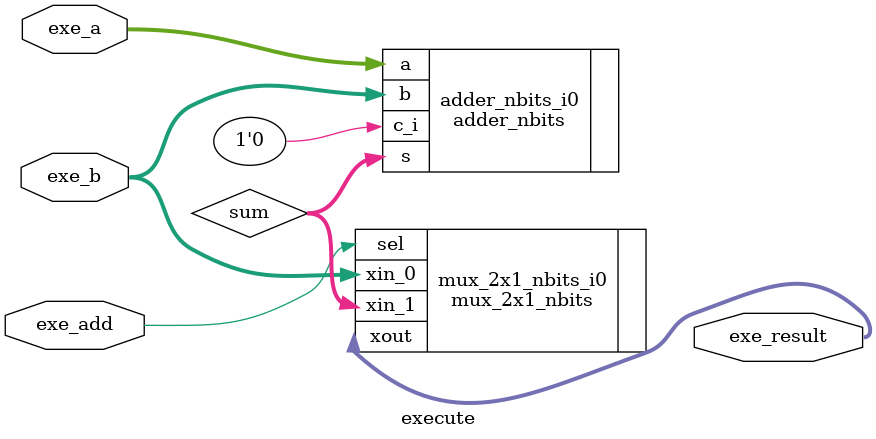
<source format=v>

module execute (                // terminals
  input [15:0] exe_a,
  input [15:0] exe_b,
  input exe_add,
  output [15:0] exe_result
);
  wire [15:0] sum;             // carries sum 
  adder_nbits #(
    .bits(16)
  )
  adder_nbits_i0 (
    .a( exe_a ),
    .b( exe_b ),
    .c_i( 1'b0 ),
    .s( sum )
  );
  mux_2x1_nbits #(
    .bits(16)
  )
  mux_2x1_nbits_i0 (
    .sel( exe_add ),
    .xin_0( exe_b ),
    .xin_1( sum ),
    .xout( exe_result )
  );
endmodule








</source>
